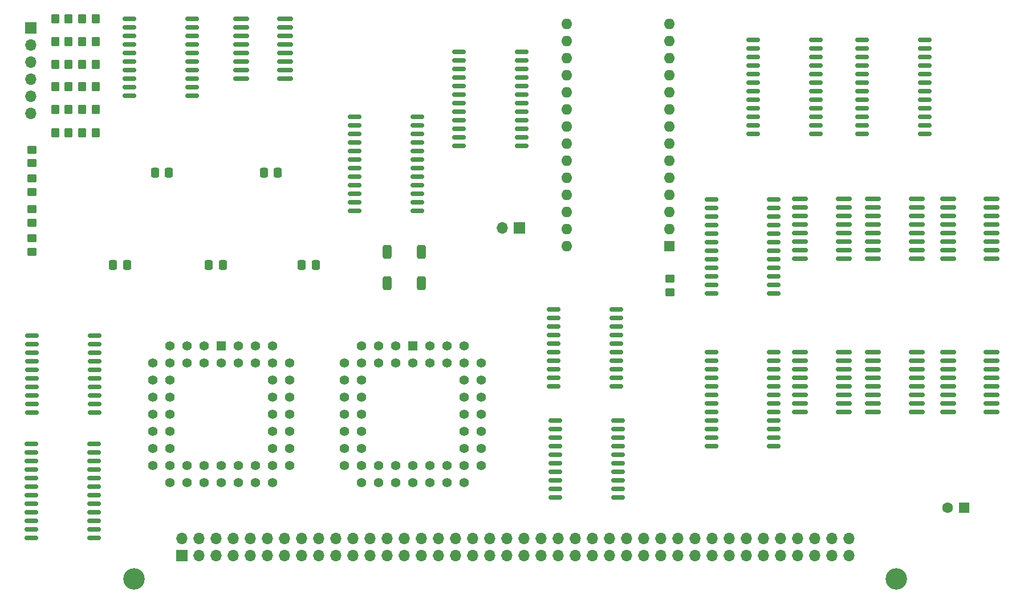
<source format=gts>
G04 #@! TF.GenerationSoftware,KiCad,Pcbnew,8.0.4-8.0.4-0~ubuntu22.04.1*
G04 #@! TF.CreationDate,2024-08-01T15:45:40-04:00*
G04 #@! TF.ProjectId,HW_VGA,48575f56-4741-42e6-9b69-6361645f7063,1*
G04 #@! TF.SameCoordinates,Original*
G04 #@! TF.FileFunction,Soldermask,Top*
G04 #@! TF.FilePolarity,Negative*
%FSLAX46Y46*%
G04 Gerber Fmt 4.6, Leading zero omitted, Abs format (unit mm)*
G04 Created by KiCad (PCBNEW 8.0.4-8.0.4-0~ubuntu22.04.1) date 2024-08-01 15:45:40*
%MOMM*%
%LPD*%
G01*
G04 APERTURE LIST*
G04 Aperture macros list*
%AMRoundRect*
0 Rectangle with rounded corners*
0 $1 Rounding radius*
0 $2 $3 $4 $5 $6 $7 $8 $9 X,Y pos of 4 corners*
0 Add a 4 corners polygon primitive as box body*
4,1,4,$2,$3,$4,$5,$6,$7,$8,$9,$2,$3,0*
0 Add four circle primitives for the rounded corners*
1,1,$1+$1,$2,$3*
1,1,$1+$1,$4,$5*
1,1,$1+$1,$6,$7*
1,1,$1+$1,$8,$9*
0 Add four rect primitives between the rounded corners*
20,1,$1+$1,$2,$3,$4,$5,0*
20,1,$1+$1,$4,$5,$6,$7,0*
20,1,$1+$1,$6,$7,$8,$9,0*
20,1,$1+$1,$8,$9,$2,$3,0*%
G04 Aperture macros list end*
%ADD10C,3.200000*%
%ADD11RoundRect,0.250000X0.350000X0.450000X-0.350000X0.450000X-0.350000X-0.450000X0.350000X-0.450000X0*%
%ADD12RoundRect,0.150000X-0.875000X-0.150000X0.875000X-0.150000X0.875000X0.150000X-0.875000X0.150000X0*%
%ADD13RoundRect,0.250000X-0.350000X-0.450000X0.350000X-0.450000X0.350000X0.450000X-0.350000X0.450000X0*%
%ADD14RoundRect,0.325000X-0.325000X-0.725000X0.325000X-0.725000X0.325000X0.725000X-0.325000X0.725000X0*%
%ADD15R,1.422400X1.422400*%
%ADD16C,1.422400*%
%ADD17RoundRect,0.150000X0.875000X0.150000X-0.875000X0.150000X-0.875000X-0.150000X0.875000X-0.150000X0*%
%ADD18RoundRect,0.150000X1.050000X0.150000X-1.050000X0.150000X-1.050000X-0.150000X1.050000X-0.150000X0*%
%ADD19RoundRect,0.250000X0.450000X-0.350000X0.450000X0.350000X-0.450000X0.350000X-0.450000X-0.350000X0*%
%ADD20RoundRect,0.250000X-0.450000X0.350000X-0.450000X-0.350000X0.450000X-0.350000X0.450000X0.350000X0*%
%ADD21RoundRect,0.250000X-0.337500X-0.475000X0.337500X-0.475000X0.337500X0.475000X-0.337500X0.475000X0*%
%ADD22R,1.600000X1.600000*%
%ADD23O,1.600000X1.600000*%
%ADD24RoundRect,0.150000X-1.050000X-0.150000X1.050000X-0.150000X1.050000X0.150000X-1.050000X0.150000X0*%
%ADD25R,1.700000X1.700000*%
%ADD26O,1.700000X1.700000*%
%ADD27C,1.600000*%
G04 APERTURE END LIST*
D10*
X195100000Y-144920000D03*
X81900000Y-144920000D03*
D11*
X76200000Y-68500000D03*
X74200000Y-68500000D03*
D12*
X114700000Y-76277500D03*
X114700000Y-77547500D03*
X114700000Y-78817500D03*
X114700000Y-80087500D03*
X114700000Y-81357500D03*
X114700000Y-82627500D03*
X114700000Y-83897500D03*
X114700000Y-85167500D03*
X114700000Y-86437500D03*
X114700000Y-87707500D03*
X114700000Y-88977500D03*
X114700000Y-90247500D03*
X124000000Y-90247500D03*
X124000000Y-88977500D03*
X124000000Y-87707500D03*
X124000000Y-86437500D03*
X124000000Y-85167500D03*
X124000000Y-83897500D03*
X124000000Y-82627500D03*
X124000000Y-81357500D03*
X124000000Y-80087500D03*
X124000000Y-78817500D03*
X124000000Y-77547500D03*
X124000000Y-76277500D03*
D13*
X74200000Y-65100000D03*
X76200000Y-65100000D03*
D14*
X119470000Y-100950000D03*
X124550000Y-100950000D03*
X124550000Y-96350000D03*
X119470000Y-96350000D03*
D15*
X94880000Y-110270000D03*
D16*
X94880000Y-112810000D03*
X92340000Y-110270000D03*
X92340000Y-112810000D03*
X89800000Y-110270000D03*
X89800000Y-112810000D03*
X87260000Y-110270000D03*
X84720000Y-112810000D03*
X87260000Y-112810000D03*
X84720000Y-115350000D03*
X87260000Y-115350000D03*
X84720000Y-117890000D03*
X87260000Y-117890000D03*
X84720000Y-120430000D03*
X87260000Y-120430000D03*
X84720000Y-122970000D03*
X87260000Y-122970000D03*
X84720000Y-125510000D03*
X87260000Y-125510000D03*
X84720000Y-128050000D03*
X87260000Y-130590000D03*
X87260000Y-128050000D03*
X89800000Y-130590000D03*
X89800000Y-128050000D03*
X92340000Y-130590000D03*
X92340000Y-128050000D03*
X94880000Y-130590000D03*
X94880000Y-128050000D03*
X97420000Y-130590000D03*
X97420000Y-128050000D03*
X99960000Y-130590000D03*
X99960000Y-128050000D03*
X102500000Y-130590000D03*
X105040000Y-128050000D03*
X102500000Y-128050000D03*
X105040000Y-125510000D03*
X102500000Y-125510000D03*
X105040000Y-122970000D03*
X102500000Y-122970000D03*
X105040000Y-120430000D03*
X102500000Y-120430000D03*
X105040000Y-117890000D03*
X102500000Y-117890000D03*
X105040000Y-115350000D03*
X102500000Y-115350000D03*
X105040000Y-112810000D03*
X102500000Y-110270000D03*
X102500000Y-112810000D03*
X99960000Y-110270000D03*
X99960000Y-112810000D03*
X97420000Y-110270000D03*
X97420000Y-112810000D03*
D11*
X72200000Y-68500000D03*
X70200000Y-68500000D03*
D17*
X90550000Y-73105000D03*
X90550000Y-71835000D03*
X90550000Y-70565000D03*
X90550000Y-69295000D03*
X90550000Y-68025000D03*
X90550000Y-66755000D03*
X90550000Y-65485000D03*
X90550000Y-64215000D03*
X90550000Y-62945000D03*
X90550000Y-61675000D03*
X81250000Y-61675000D03*
X81250000Y-62945000D03*
X81250000Y-64215000D03*
X81250000Y-65485000D03*
X81250000Y-66755000D03*
X81250000Y-68025000D03*
X81250000Y-69295000D03*
X81250000Y-70565000D03*
X81250000Y-71835000D03*
X81250000Y-73105000D03*
D12*
X190025000Y-64830000D03*
X190025000Y-66100000D03*
X190025000Y-67370000D03*
X190025000Y-68640000D03*
X190025000Y-69910000D03*
X190025000Y-71180000D03*
X190025000Y-72450000D03*
X190025000Y-73720000D03*
X190025000Y-74990000D03*
X190025000Y-76260000D03*
X190025000Y-77530000D03*
X190025000Y-78800000D03*
X199325000Y-78800000D03*
X199325000Y-77530000D03*
X199325000Y-76260000D03*
X199325000Y-74990000D03*
X199325000Y-73720000D03*
X199325000Y-72450000D03*
X199325000Y-71180000D03*
X199325000Y-69910000D03*
X199325000Y-68640000D03*
X199325000Y-67370000D03*
X199325000Y-66100000D03*
X199325000Y-64830000D03*
D11*
X72200000Y-75200000D03*
X70200000Y-75200000D03*
D18*
X209275000Y-97385000D03*
X209275000Y-96115000D03*
X209275000Y-94845000D03*
X209275000Y-93575000D03*
X209275000Y-92305000D03*
X209275000Y-91035000D03*
X209275000Y-89765000D03*
X209275000Y-88495000D03*
X202775000Y-88495000D03*
X202775000Y-89765000D03*
X202775000Y-91035000D03*
X202775000Y-92305000D03*
X202775000Y-93575000D03*
X202775000Y-94845000D03*
X202775000Y-96115000D03*
X202775000Y-97385000D03*
D13*
X74200000Y-78600000D03*
X76200000Y-78600000D03*
D19*
X66725000Y-96325000D03*
X66725000Y-94325000D03*
D20*
X66725000Y-81150000D03*
X66725000Y-83150000D03*
D17*
X176925000Y-125220000D03*
X176925000Y-123950000D03*
X176925000Y-122680000D03*
X176925000Y-121410000D03*
X176925000Y-120140000D03*
X176925000Y-118870000D03*
X176925000Y-117600000D03*
X176925000Y-116330000D03*
X176925000Y-115060000D03*
X176925000Y-113790000D03*
X176925000Y-112520000D03*
X176925000Y-111250000D03*
X167625000Y-111250000D03*
X167625000Y-112520000D03*
X167625000Y-113790000D03*
X167625000Y-115060000D03*
X167625000Y-116330000D03*
X167625000Y-117600000D03*
X167625000Y-118870000D03*
X167625000Y-120140000D03*
X167625000Y-121410000D03*
X167625000Y-122680000D03*
X167625000Y-123950000D03*
X167625000Y-125220000D03*
D21*
X101162500Y-84600000D03*
X103237500Y-84600000D03*
D11*
X76200000Y-75200000D03*
X74200000Y-75200000D03*
D12*
X144250000Y-104885000D03*
X144250000Y-106155000D03*
X144250000Y-107425000D03*
X144250000Y-108695000D03*
X144250000Y-109965000D03*
X144250000Y-111235000D03*
X144250000Y-112505000D03*
X144250000Y-113775000D03*
X144250000Y-115045000D03*
X144250000Y-116315000D03*
X153550000Y-116315000D03*
X153550000Y-115045000D03*
X153550000Y-113775000D03*
X153550000Y-112505000D03*
X153550000Y-111235000D03*
X153550000Y-109965000D03*
X153550000Y-108695000D03*
X153550000Y-107425000D03*
X153550000Y-106155000D03*
X153550000Y-104885000D03*
D22*
X161425000Y-95500000D03*
D23*
X161425000Y-92960000D03*
X161425000Y-90420000D03*
X161425000Y-87880000D03*
X161425000Y-85340000D03*
X161425000Y-82800000D03*
X161425000Y-80260000D03*
X161425000Y-77720000D03*
X161425000Y-75180000D03*
X161425000Y-72640000D03*
X161425000Y-70100000D03*
X161425000Y-67560000D03*
X161425000Y-65020000D03*
X161425000Y-62480000D03*
X146185000Y-62480000D03*
X146185000Y-65020000D03*
X146185000Y-67560000D03*
X146185000Y-70100000D03*
X146185000Y-72640000D03*
X146185000Y-75180000D03*
X146185000Y-77720000D03*
X146185000Y-80260000D03*
X146185000Y-82800000D03*
X146185000Y-85340000D03*
X146185000Y-87880000D03*
X146185000Y-90420000D03*
X146185000Y-92960000D03*
X146185000Y-95500000D03*
D15*
X123340000Y-110270000D03*
D16*
X123340000Y-112810000D03*
X120800000Y-110270000D03*
X120800000Y-112810000D03*
X118260000Y-110270000D03*
X118260000Y-112810000D03*
X115720000Y-110270000D03*
X113180000Y-112810000D03*
X115720000Y-112810000D03*
X113180000Y-115350000D03*
X115720000Y-115350000D03*
X113180000Y-117890000D03*
X115720000Y-117890000D03*
X113180000Y-120430000D03*
X115720000Y-120430000D03*
X113180000Y-122970000D03*
X115720000Y-122970000D03*
X113180000Y-125510000D03*
X115720000Y-125510000D03*
X113180000Y-128050000D03*
X115720000Y-130590000D03*
X115720000Y-128050000D03*
X118260000Y-130590000D03*
X118260000Y-128050000D03*
X120800000Y-130590000D03*
X120800000Y-128050000D03*
X123340000Y-130590000D03*
X123340000Y-128050000D03*
X125880000Y-130590000D03*
X125880000Y-128050000D03*
X128420000Y-130590000D03*
X128420000Y-128050000D03*
X130960000Y-130590000D03*
X133500000Y-128050000D03*
X130960000Y-128050000D03*
X133500000Y-125510000D03*
X130960000Y-125510000D03*
X133500000Y-122970000D03*
X130960000Y-122970000D03*
X133500000Y-120430000D03*
X130960000Y-120430000D03*
X133500000Y-117890000D03*
X130960000Y-117890000D03*
X133500000Y-115350000D03*
X130960000Y-115350000D03*
X133500000Y-112810000D03*
X130960000Y-110270000D03*
X130960000Y-112810000D03*
X128420000Y-110270000D03*
X128420000Y-112810000D03*
X125880000Y-110270000D03*
X125880000Y-112810000D03*
D24*
X191625000Y-111210000D03*
X191625000Y-112480000D03*
X191625000Y-113750000D03*
X191625000Y-115020000D03*
X191625000Y-116290000D03*
X191625000Y-117560000D03*
X191625000Y-118830000D03*
X191625000Y-120100000D03*
X198125000Y-120100000D03*
X198125000Y-118830000D03*
X198125000Y-117560000D03*
X198125000Y-116290000D03*
X198125000Y-115020000D03*
X198125000Y-113750000D03*
X198125000Y-112480000D03*
X198125000Y-111210000D03*
D21*
X92992500Y-98250000D03*
X95067500Y-98250000D03*
D18*
X104350000Y-70600000D03*
X104350000Y-69330000D03*
X104350000Y-68060000D03*
X104350000Y-66790000D03*
X104350000Y-65520000D03*
X104350000Y-64250000D03*
X104350000Y-62980000D03*
X104350000Y-61710000D03*
X97850000Y-61710000D03*
X97850000Y-62980000D03*
X97850000Y-64250000D03*
X97850000Y-65520000D03*
X97850000Y-66790000D03*
X97850000Y-68060000D03*
X97850000Y-69330000D03*
X97850000Y-70600000D03*
D17*
X76025000Y-120250000D03*
X76025000Y-118980000D03*
X76025000Y-117710000D03*
X76025000Y-116440000D03*
X76025000Y-115170000D03*
X76025000Y-113900000D03*
X76025000Y-112630000D03*
X76025000Y-111360000D03*
X76025000Y-110090000D03*
X76025000Y-108820000D03*
X66725000Y-108820000D03*
X66725000Y-110090000D03*
X66725000Y-111360000D03*
X66725000Y-112630000D03*
X66725000Y-113900000D03*
X66725000Y-115170000D03*
X66725000Y-116440000D03*
X66725000Y-117710000D03*
X66725000Y-118980000D03*
X66725000Y-120250000D03*
D24*
X202775000Y-111210000D03*
X202775000Y-112480000D03*
X202775000Y-113750000D03*
X202775000Y-115020000D03*
X202775000Y-116290000D03*
X202775000Y-117560000D03*
X202775000Y-118830000D03*
X202775000Y-120100000D03*
X209275000Y-120100000D03*
X209275000Y-118830000D03*
X209275000Y-117560000D03*
X209275000Y-116290000D03*
X209275000Y-115020000D03*
X209275000Y-113750000D03*
X209275000Y-112480000D03*
X209275000Y-111210000D03*
D13*
X70200000Y-71800000D03*
X72200000Y-71800000D03*
X70200000Y-65100000D03*
X72200000Y-65100000D03*
D11*
X76200000Y-61700000D03*
X74200000Y-61700000D03*
D24*
X180825000Y-111210000D03*
X180825000Y-112480000D03*
X180825000Y-113750000D03*
X180825000Y-115020000D03*
X180825000Y-116290000D03*
X180825000Y-117560000D03*
X180825000Y-118830000D03*
X180825000Y-120100000D03*
X187325000Y-120100000D03*
X187325000Y-118830000D03*
X187325000Y-117560000D03*
X187325000Y-116290000D03*
X187325000Y-115020000D03*
X187325000Y-113750000D03*
X187325000Y-112480000D03*
X187325000Y-111210000D03*
D25*
X88970000Y-141420000D03*
D26*
X88970000Y-138880000D03*
X91510000Y-141420000D03*
X91510000Y-138880000D03*
X94050000Y-141420000D03*
X94050000Y-138880000D03*
X96590000Y-141420000D03*
X96590000Y-138880000D03*
X99130000Y-141420000D03*
X99130000Y-138880000D03*
X101670000Y-141420000D03*
X101670000Y-138880000D03*
X104210000Y-141420000D03*
X104210000Y-138880000D03*
X106750000Y-141420000D03*
X106750000Y-138880000D03*
X109290000Y-141420000D03*
X109290000Y-138880000D03*
X111830000Y-141420000D03*
X111830000Y-138880000D03*
X114370000Y-141420000D03*
X114370000Y-138880000D03*
X116910000Y-141420000D03*
X116910000Y-138880000D03*
X119450000Y-141420000D03*
X119450000Y-138880000D03*
X121990000Y-141420000D03*
X121990000Y-138880000D03*
X124530000Y-141420000D03*
X124530000Y-138880000D03*
X127070000Y-141420000D03*
X127070000Y-138880000D03*
X129610000Y-141420000D03*
X129610000Y-138880000D03*
X132150000Y-141420000D03*
X132150000Y-138880000D03*
X134690000Y-141420000D03*
X134690000Y-138880000D03*
X137230000Y-141420000D03*
X137230000Y-138880000D03*
X139770000Y-141420000D03*
X139770000Y-138880000D03*
X142310000Y-141420000D03*
X142310000Y-138880000D03*
X144850000Y-141420000D03*
X144850000Y-138880000D03*
X147390000Y-141420000D03*
X147390000Y-138880000D03*
X149930000Y-141420000D03*
X149930000Y-138880000D03*
X152470000Y-141420000D03*
X152470000Y-138880000D03*
X155010000Y-141420000D03*
X155010000Y-138880000D03*
X157550000Y-141420000D03*
X157550000Y-138880000D03*
X160090000Y-141420000D03*
X160090000Y-138880000D03*
X162630000Y-141420000D03*
X162630000Y-138880000D03*
X165170000Y-141420000D03*
X165170000Y-138880000D03*
X167710000Y-141420000D03*
X167710000Y-138880000D03*
X170250000Y-141420000D03*
X170250000Y-138880000D03*
X172790000Y-141420000D03*
X172790000Y-138880000D03*
X175330000Y-141420000D03*
X175330000Y-138880000D03*
X177870000Y-141420000D03*
X177870000Y-138880000D03*
X180410000Y-141420000D03*
X180410000Y-138880000D03*
X182950000Y-141420000D03*
X182950000Y-138880000D03*
X185490000Y-141420000D03*
X185490000Y-138880000D03*
X188030000Y-141420000D03*
X188030000Y-138880000D03*
D18*
X187325000Y-97385000D03*
X187325000Y-96115000D03*
X187325000Y-94845000D03*
X187325000Y-93575000D03*
X187325000Y-92305000D03*
X187325000Y-91035000D03*
X187325000Y-89765000D03*
X187325000Y-88495000D03*
X180825000Y-88495000D03*
X180825000Y-89765000D03*
X180825000Y-91035000D03*
X180825000Y-92305000D03*
X180825000Y-93575000D03*
X180825000Y-94845000D03*
X180825000Y-96115000D03*
X180825000Y-97385000D03*
D11*
X72200000Y-61700000D03*
X70200000Y-61700000D03*
D19*
X66725000Y-87425000D03*
X66725000Y-85425000D03*
X161450000Y-102325000D03*
X161450000Y-100325000D03*
D12*
X144450000Y-121395000D03*
X144450000Y-122665000D03*
X144450000Y-123935000D03*
X144450000Y-125205000D03*
X144450000Y-126475000D03*
X144450000Y-127745000D03*
X144450000Y-129015000D03*
X144450000Y-130285000D03*
X144450000Y-131555000D03*
X144450000Y-132825000D03*
X153750000Y-132825000D03*
X153750000Y-131555000D03*
X153750000Y-130285000D03*
X153750000Y-129015000D03*
X153750000Y-127745000D03*
X153750000Y-126475000D03*
X153750000Y-125205000D03*
X153750000Y-123935000D03*
X153750000Y-122665000D03*
X153750000Y-121395000D03*
D25*
X66600000Y-63020000D03*
D26*
X66600000Y-65560000D03*
X66600000Y-68100000D03*
X66600000Y-70640000D03*
X66600000Y-73180000D03*
X66600000Y-75720000D03*
D13*
X74200000Y-71800000D03*
X76200000Y-71800000D03*
D20*
X66725000Y-90000000D03*
X66725000Y-92000000D03*
D17*
X176925000Y-102525000D03*
X176925000Y-101255000D03*
X176925000Y-99985000D03*
X176925000Y-98715000D03*
X176925000Y-97445000D03*
X176925000Y-96175000D03*
X176925000Y-94905000D03*
X176925000Y-93635000D03*
X176925000Y-92365000D03*
X176925000Y-91095000D03*
X176925000Y-89825000D03*
X176925000Y-88555000D03*
X167625000Y-88555000D03*
X167625000Y-89825000D03*
X167625000Y-91095000D03*
X167625000Y-92365000D03*
X167625000Y-93635000D03*
X167625000Y-94905000D03*
X167625000Y-96175000D03*
X167625000Y-97445000D03*
X167625000Y-98715000D03*
X167625000Y-99985000D03*
X167625000Y-101255000D03*
X167625000Y-102525000D03*
D21*
X106817500Y-98250000D03*
X108892500Y-98250000D03*
D12*
X130200000Y-66605000D03*
X130200000Y-67875000D03*
X130200000Y-69145000D03*
X130200000Y-70415000D03*
X130200000Y-71685000D03*
X130200000Y-72955000D03*
X130200000Y-74225000D03*
X130200000Y-75495000D03*
X130200000Y-76765000D03*
X130200000Y-78035000D03*
X130200000Y-79305000D03*
X130200000Y-80575000D03*
X139500000Y-80575000D03*
X139500000Y-79305000D03*
X139500000Y-78035000D03*
X139500000Y-76765000D03*
X139500000Y-75495000D03*
X139500000Y-74225000D03*
X139500000Y-72955000D03*
X139500000Y-71685000D03*
X139500000Y-70415000D03*
X139500000Y-69145000D03*
X139500000Y-67875000D03*
X139500000Y-66605000D03*
D21*
X85027500Y-84600000D03*
X87102500Y-84600000D03*
D12*
X173825000Y-64870000D03*
X173825000Y-66140000D03*
X173825000Y-67410000D03*
X173825000Y-68680000D03*
X173825000Y-69950000D03*
X173825000Y-71220000D03*
X173825000Y-72490000D03*
X173825000Y-73760000D03*
X173825000Y-75030000D03*
X173825000Y-76300000D03*
X173825000Y-77570000D03*
X173825000Y-78840000D03*
X183125000Y-78840000D03*
X183125000Y-77570000D03*
X183125000Y-76300000D03*
X183125000Y-75030000D03*
X183125000Y-73760000D03*
X183125000Y-72490000D03*
X183125000Y-71220000D03*
X183125000Y-69950000D03*
X183125000Y-68680000D03*
X183125000Y-67410000D03*
X183125000Y-66140000D03*
X183125000Y-64870000D03*
D21*
X78792500Y-98250000D03*
X80867500Y-98250000D03*
D12*
X66650000Y-124855000D03*
X66650000Y-126125000D03*
X66650000Y-127395000D03*
X66650000Y-128665000D03*
X66650000Y-129935000D03*
X66650000Y-131205000D03*
X66650000Y-132475000D03*
X66650000Y-133745000D03*
X66650000Y-135015000D03*
X66650000Y-136285000D03*
X66650000Y-137555000D03*
X66650000Y-138825000D03*
X75950000Y-138825000D03*
X75950000Y-137555000D03*
X75950000Y-136285000D03*
X75950000Y-135015000D03*
X75950000Y-133745000D03*
X75950000Y-132475000D03*
X75950000Y-131205000D03*
X75950000Y-129935000D03*
X75950000Y-128665000D03*
X75950000Y-127395000D03*
X75950000Y-126125000D03*
X75950000Y-124855000D03*
D25*
X139140000Y-92800000D03*
D26*
X136600000Y-92800000D03*
D18*
X198125000Y-97385000D03*
X198125000Y-96115000D03*
X198125000Y-94845000D03*
X198125000Y-93575000D03*
X198125000Y-92305000D03*
X198125000Y-91035000D03*
X198125000Y-89765000D03*
X198125000Y-88495000D03*
X191625000Y-88495000D03*
X191625000Y-89765000D03*
X191625000Y-91035000D03*
X191625000Y-92305000D03*
X191625000Y-93575000D03*
X191625000Y-94845000D03*
X191625000Y-96115000D03*
X191625000Y-97385000D03*
D13*
X70200000Y-78600000D03*
X72200000Y-78600000D03*
D22*
X205200000Y-134320000D03*
D27*
X202700000Y-134320000D03*
M02*

</source>
